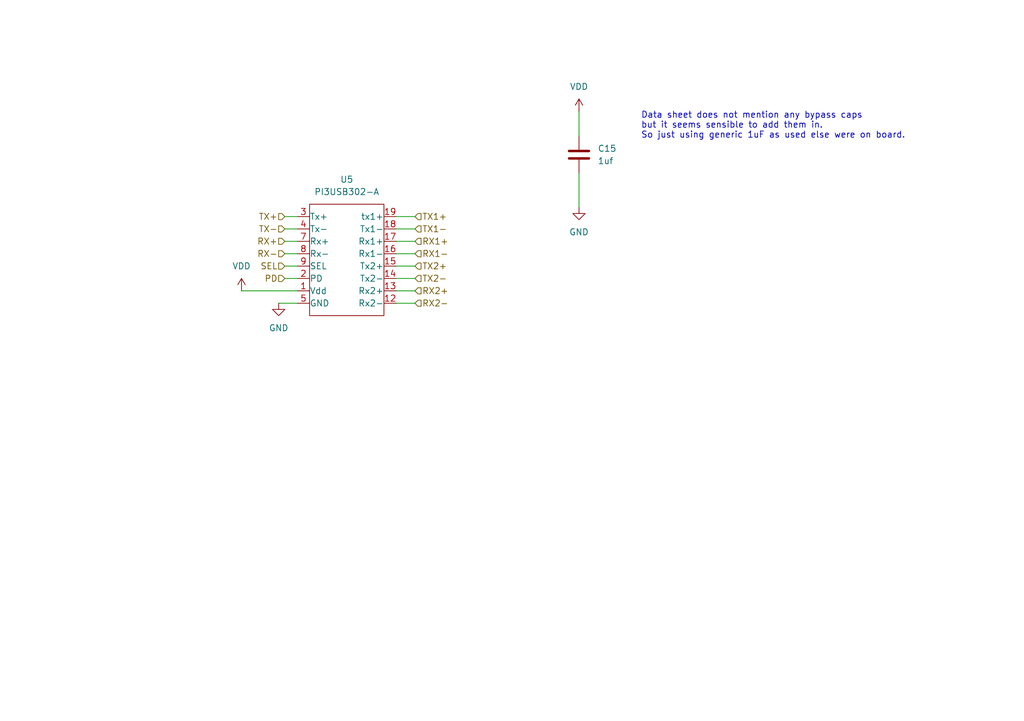
<source format=kicad_sch>
(kicad_sch (version 20211123) (generator eeschema)
  (paper "A5")
  (lib_symbols
    (symbol "Device:C" (pin_numbers hide) (pin_names (offset 0.254))
      (property "Reference" "C" (at 0.635 2.54 0))
      (property "Value" "C" (at 0.635 -2.54 0))
      (symbol "C_0_1"
        (polyline (pts (xy -2.032 -0.762) (xy 2.032 -0.762)) (stroke (width 0.508)))
        (polyline (pts (xy -2.032 0.762) (xy 2.032 0.762)) (stroke (width 0.508)))
      )
      (symbol "C_1_1"
        (pin passive line (at 0 3.81 270) (length 2.794) (name "~") (number "1"))
        (pin passive line (at 0 -3.81 90) (length 2.794) (name "~") (number "2"))
      )
    )
    (symbol "ct_components:PI3USB302−A" (pin_names (offset 0.002))
      (property "Reference" "U" (at 6.35 -12.7 0))
      (property "Value" "PI3USB302−A" (at 1.27 12.7 0))
      (symbol "PI3USB302−A_0_1"
        (rectangle (start -7.62 11.43) (end 7.62 -11.43))
      )
      (symbol "PI3USB302−A_1_1"
        (pin input line (at -10.16 -6.35 0) (length 2.54) (name "Vdd") (number "1"))
        (pin input line (at 10.16 -8.89 180) (length 2.54) (name "Rx2-") (number "12"))
        (pin input line (at 10.16 -6.35 180) (length 2.54) (name "Rx2+") (number "13"))
        (pin input line (at 10.16 -3.81 180) (length 2.54) (name "Tx2-") (number "14"))
        (pin input line (at 10.16 -1.27 180) (length 2.54) (name "Tx2+") (number "15"))
        (pin input line (at 10.16 1.27 180) (length 2.54) (name "Rx1-") (number "16"))
        (pin input line (at 10.16 3.81 180) (length 2.54) (name "Rx1+") (number "17"))
        (pin input line (at 10.16 6.35 180) (length 2.54) (name "Tx1-") (number "18"))
        (pin input line (at 10.16 8.89 180) (length 2.54) (name "tx1+") (number "19"))
        (pin input line (at -10.16 -3.81 0) (length 2.54) (name "PD") (number "2"))
        (pin input line (at -10.16 8.89 0) (length 2.54) (name "Tx+") (number "3"))
        (pin input line (at -10.16 6.35 0) (length 2.54) (name "Tx-") (number "4"))
        (pin input line (at -10.16 -8.89 0) (length 2.54) (name "GND") (number "5"))
        (pin input line (at -10.16 3.81 0) (length 2.54) (name "Rx+") (number "7"))
        (pin input line (at -10.16 1.27 0) (length 2.54) (name "Rx-") (number "8"))
        (pin input line (at -10.16 -1.27 0) (length 2.54) (name "SEL") (number "9"))
      )
    )
    (symbol "power:GND" (power) (pin_names (offset 0))
      (property "Value" "GND" (at 0 -3.81 0))
      (symbol "GND_0_1"
        (polyline (pts (xy 0 0) (xy 0 -1.27) (xy 1.27 -1.27) (xy 0 -2.54) (xy -1.27 -1.27) (xy 0 -1.27)))
      )
      (symbol "GND_1_1"
        (pin power_in line (at 0 0 270) (length 0) hide (name "GND") (number "1"))
      )
    )
    (symbol "power:VDD" (power) (pin_names (offset 0))
      (property "Value" "VDD" (at 0 3.81 0))
      (symbol "VDD_0_1"
        (polyline (pts (xy -0.762 1.27) (xy 0 2.54)))
        (polyline (pts (xy 0 0) (xy 0 2.54)))
        (polyline (pts (xy 0 2.54) (xy 0.762 1.27)))
      )
      (symbol "VDD_1_1"
        (pin power_in line (at 0 0 90) (length 0) hide (name "VDD") (number "1"))
      )
    )
  )
  (wire (pts (xy 81.28 52.07) (xy 85.09 52.07)))
  (wire (pts (xy 118.745 35.56) (xy 118.745 42.545)))
  (wire (pts (xy 58.42 44.45) (xy 60.96 44.45)))
  (wire (pts (xy 58.42 57.15) (xy 60.96 57.15)))
  (wire (pts (xy 58.42 52.07) (xy 60.96 52.07)))
  (wire (pts (xy 118.745 22.86) (xy 118.745 27.94)))
  (wire (pts (xy 81.28 57.15) (xy 85.09 57.15)))
  (wire (pts (xy 81.28 49.53) (xy 85.09 49.53)))
  (wire (pts (xy 58.42 54.61) (xy 60.96 54.61)))
  (wire (pts (xy 81.28 46.99) (xy 85.09 46.99)))
  (wire (pts (xy 81.28 62.23) (xy 85.09 62.23)))
  (wire (pts (xy 58.42 49.53) (xy 60.96 49.53)))
  (wire (pts (xy 58.42 46.99) (xy 60.96 46.99)))
  (wire (pts (xy 57.15 62.23) (xy 60.96 62.23)))
  (wire (pts (xy 81.28 54.61) (xy 85.09 54.61)))
  (wire (pts (xy 49.53 59.69) (xy 60.96 59.69)))
  (wire (pts (xy 81.28 44.45) (xy 85.09 44.45)))
  (wire (pts (xy 81.28 59.69) (xy 85.09 59.69)))
  (text "Data sheet does not mention any bypass caps\nbut it seems sensible to add them in.\nSo just using generic 1uF as used else were on board." (at 131.445 28.575 0) (effects (font (size 1.27 1.27)) (justify left bottom)))
  (hierarchical_label "RX1+" (shape input) (at 85.09 49.53 0))
  (hierarchical_label "RX2+" (shape input) (at 85.09 59.69 0))
  (hierarchical_label "RX1-" (shape input) (at 85.09 52.07 0))
  (hierarchical_label "TX2+" (shape input) (at 85.09 54.61 0))
  (hierarchical_label "TX2-" (shape input) (at 85.09 57.15 0))
  (hierarchical_label "SEL" (shape input) (at 58.42 54.61 180))
  (hierarchical_label "PD" (shape input) (at 58.42 57.15 180))
  (hierarchical_label "TX1+" (shape input) (at 85.09 44.45 0))
  (hierarchical_label "RX-" (shape input) (at 58.42 52.07 180))
  (hierarchical_label "TX-" (shape input) (at 58.42 46.99 180))
  (hierarchical_label "TX1-" (shape input) (at 85.09 46.99 0))
  (hierarchical_label "TX+" (shape input) (at 58.42 44.45 180))
  (hierarchical_label "RX2-" (shape input) (at 85.09 62.23 0))
  (hierarchical_label "RX+" (shape input) (at 58.42 49.53 180))
  (symbol (lib_id "power:GND") (at 118.745 42.545 0) (unit 1)
    (property "Reference" "#PWR0141" (effects hide))
    (property "Value" "GND" (at 118.745 47.625 0))
  )
  (symbol (lib_id "power:VDD") (at 118.745 22.86 0) (unit 1)
    (property "Reference" "#PWR0142" (effects hide))
    (property "Value" "VDD" (at 118.745 17.78 0))
  )
  (symbol (lib_id "power:VDD") (at 49.53 59.69 0) (unit 1)
    (property "Reference" "#PWR09" (effects hide))
    (property "Value" "VDD" (at 49.53 54.61 0))
  )
  (symbol (lib_id "ct_components:PI3USB302−A") (at 71.12 53.34 0) (unit 1)
    (property "Reference" "U5" (at 71.12 36.83 0))
    (property "Value" "PI3USB302−A" (at 71.12 39.37 0))
    (property "Footprint" "ct_footprint:PI3USB302−A" (effects hide))
    (property "Datasheet" "https://www.diodes.com/assets/Datasheets/PI3USB302-A.pdf" (effects hide))
    (property "LCSC" "C500787" (effects hide))
  )
  (symbol (lib_id "Device:C") (at 118.745 31.75 0) (unit 1)
    (property "Reference" "C15" (at 122.555 30.4799 0) (effects (justify left)))
    (property "Value" "1uf" (at 122.555 33.0199 0) (effects (justify left)))
    (property "Footprint" "Capacitor_SMD:C_0603_1608Metric_Pad1.08x0.95mm_HandSolder" (effects hide))
    (property "LCSC" "C15849" (effects hide))
  )
  (symbol (lib_id "power:GND") (at 57.15 62.23 0) (unit 1)
    (property "Reference" "#PWR010" (effects hide))
    (property "Value" "GND" (at 57.15 67.31 0))
  )
)
</source>
